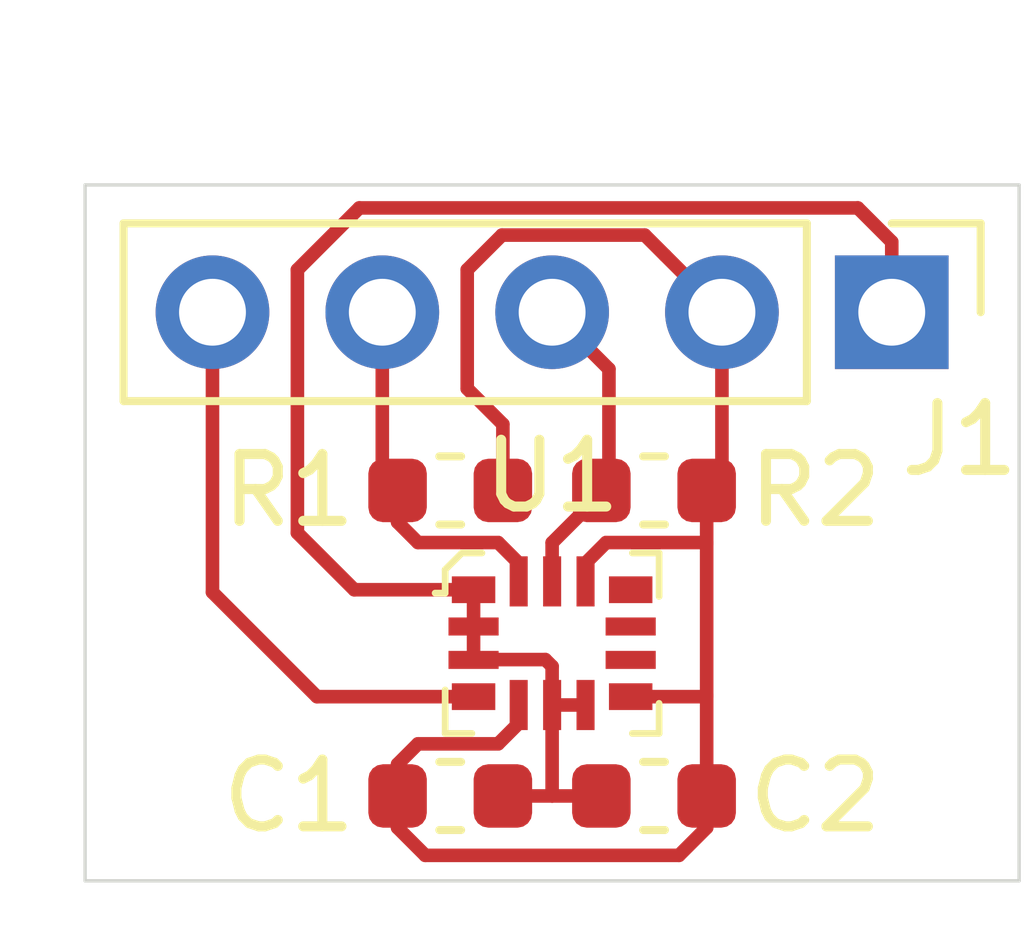
<source format=kicad_pcb>
(kicad_pcb (version 20221018) (generator pcbnew)
  (layers (0 "F.Cu" signal) (31 "B.Cu" signal) (34 "B.Paste" user) (35 "F.Paste" user) (36 "B.SilkS" user "B.Silkscreen") (37 "F.SilkS" user "F.Silkscreen") (38 "B.Mask" user) (39 "F.Mask" user) (44 "Edge.Cuts" user))
  (net 0 "")
  (net 1 "GND")
  (net 2 "+3V3")
  (net 3 "/INT1")
  (net 4 "/SDA")
  (net 5 "/SCL")
  (net 6 "Net-(U1-Pad11)")
  (net 7 "Net-(U1-Pad10)")
  (net 8 "Net-(U1-Pad9)")
  (footprint "Capacitor_SMD:C_0603_1608Metric" (layer "F.Cu") (at 148.209 88.9)
    (fp_text reference "C1" (at -2.413 0) (layer "F.SilkS"))
    (fp_text value "100n")
    (fp_line (start -0.162779 -0.51) (end 0.162779 -0.51) (stroke (width 0.12)) (layer "F.SilkS"))
    (fp_line (start -0.162779 0.51) (end 0.162779 0.51) (stroke (width 0.12)) (layer "F.SilkS"))
    (pad "1" smd roundrect (at -0.7875 0) (size 0.875 0.95) (layers "F.Cu" "F.Paste" "F.Mask") (net 2 "+3V3"))
    (pad "2" smd roundrect (at 0.7875 0) (size 0.875 0.95) (layers "F.Cu" "F.Paste" "F.Mask") (net 1 "GND"))
  )
  (footprint "Capacitor_SMD:C_0603_1608Metric" (layer "F.Cu") (at 151.257 88.9 180)
    (fp_text reference "C2" (at -2.413 0) (layer "F.SilkS"))
    (fp_text value "100n")
    (fp_line (start -0.162779 -0.51) (end 0.162779 -0.51) (stroke (width 0.12)) (layer "F.SilkS"))
    (fp_line (start -0.162779 0.51) (end 0.162779 0.51) (stroke (width 0.12)) (layer "F.SilkS"))
    (pad "1" smd roundrect (at -0.7875 0 180) (size 0.875 0.95) (layers "F.Cu" "F.Paste" "F.Mask") (net 2 "+3V3"))
    (pad "2" smd roundrect (at 0.7875 0 180) (size 0.875 0.95) (layers "F.Cu" "F.Paste" "F.Mask") (net 1 "GND"))
  )
  (footprint "Resistor_SMD:R_0603_1608Metric" (layer "F.Cu") (at 151.257 84.328 180)
    (fp_text reference "R2" (at -2.413 0) (layer "F.SilkS"))
    (fp_text value "10k")
    (fp_line (start -0.162779 -0.51) (end 0.162779 -0.51) (stroke (width 0.12)) (layer "F.SilkS"))
    (fp_line (start -0.162779 0.51) (end 0.162779 0.51) (stroke (width 0.12)) (layer "F.SilkS"))
    (pad "1" smd roundrect (at -0.7875 0 180) (size 0.875 0.95) (layers "F.Cu" "F.Paste" "F.Mask") (net 2 "+3V3"))
    (pad "2" smd roundrect (at 0.7875 0 180) (size 0.875 0.95) (layers "F.Cu" "F.Paste" "F.Mask") (net 5 "/SCL"))
  )
  (footprint "digikey-footprints:LGA-14L_2.5x3mm__LSM6DS3" (layer "F.Cu") (at 149.733 86.614)
    (fp_text reference "U1" (at 0 -2.5) (layer "F.SilkS"))
    (fp_text value "LSM6DS3")
    (fp_line (start -1.6 -1.1) (end -1.6 -0.75) (stroke (width 0.1)) (layer "F.SilkS"))
    (fp_line (start -1.6 -0.75) (end -1.75 -0.75) (stroke (width 0.1)) (layer "F.SilkS"))
    (fp_line (start -1.6 1.35) (end -1.6 0.7) (stroke (width 0.1)) (layer "F.SilkS"))
    (fp_line (start -1.35 -1.35) (end -1.6 -1.1) (stroke (width 0.1)) (layer "F.SilkS"))
    (fp_line (start -1.2 1.35) (end -1.6 1.35) (stroke (width 0.1)) (layer "F.SilkS"))
    (fp_line (start -1.05 -1.35) (end -1.35 -1.35) (stroke (width 0.1)) (layer "F.SilkS"))
    (fp_line (start 1.2 -1.35) (end 1.6 -1.35) (stroke (width 0.1)) (layer "F.SilkS"))
    (fp_line (start 1.2 1.35) (end 1.6 1.35) (stroke (width 0.1)) (layer "F.SilkS"))
    (fp_line (start 1.6 -1.35) (end 1.6 -0.7) (stroke (width 0.1)) (layer "F.SilkS"))
    (fp_line (start 1.6 1.35) (end 1.6 0.9) (stroke (width 0.1)) (layer "F.SilkS"))
    (pad "1" smd rect (at -1.175 -0.8) (size 0.65 0.4) (layers "F.Cu" "F.Paste" "F.Mask") (net 1 "GND"))
    (pad "2" smd rect (at -1.175 -0.25) (size 0.75 0.27) (layers "F.Cu" "F.Paste" "F.Mask") (net 1 "GND"))
    (pad "3" smd rect (at -1.175 0.25) (size 0.75 0.27) (layers "F.Cu" "F.Paste" "F.Mask") (net 1 "GND"))
    (pad "4" smd rect (at -1.175 0.8) (size 0.65 0.4) (layers "F.Cu" "F.Paste" "F.Mask") (net 3 "/INT1"))
    (pad "5" smd rect (at -0.5 0.925) (size 0.27 0.75) (layers "F.Cu" "F.Paste" "F.Mask") (net 2 "+3V3"))
    (pad "6" smd rect (at 0 0.925) (size 0.27 0.75) (layers "F.Cu" "F.Paste" "F.Mask") (net 1 "GND"))
    (pad "7" smd rect (at 0.5 0.925) (size 0.27 0.75) (layers "F.Cu" "F.Paste" "F.Mask") (net 1 "GND"))
    (pad "8" smd rect (at 1.175 0.8) (size 0.65 0.4) (layers "F.Cu" "F.Paste" "F.Mask") (net 2 "+3V3"))
    (pad "9" smd rect (at 1.175 0.25) (size 0.75 0.27) (layers "F.Cu" "F.Paste" "F.Mask") (net 8 "Net-(U1-Pad9)"))
    (pad "10" smd rect (at 1.175 -0.25) (size 0.75 0.27) (layers "F.Cu" "F.Paste" "F.Mask") (net 7 "Net-(U1-Pad10)"))
    (pad "11" smd rect (at 1.175 -0.8) (size 0.65 0.4) (layers "F.Cu" "F.Paste" "F.Mask") (net 6 "Net-(U1-Pad11)"))
    (pad "12" smd rect (at 0.5 -0.925) (size 0.27 0.75) (layers "F.Cu" "F.Paste" "F.Mask") (net 2 "+3V3"))
    (pad "13" smd rect (at 0 -0.925) (size 0.27 0.75) (layers "F.Cu" "F.Paste" "F.Mask") (net 5 "/SCL"))
    (pad "14" smd rect (at -0.5 -0.925) (size 0.27 0.75) (layers "F.Cu" "F.Paste" "F.Mask") (net 4 "/SDA"))
  )
  (footprint "Connector_PinHeader_2.54mm:PinHeader_1x05_P2.54mm_Vertical" (layer "F.Cu") (at 154.813 81.661 -90)
    (fp_text reference "J1" (at 1.905 -1.016 180) (layer "F.SilkS"))
    (fp_text value "Conn_01x05")
    (fp_line (start -1.33 -1.33) (end 0 -1.33) (stroke (width 0.12)) (layer "F.SilkS"))
    (fp_line (start -1.33 0) (end -1.33 -1.33) (stroke (width 0.12)) (layer "F.SilkS"))
    (fp_line (start -1.33 1.27) (end -1.33 11.49) (stroke (width 0.12)) (layer "F.SilkS"))
    (fp_line (start -1.33 1.27) (end 1.33 1.27) (stroke (width 0.12)) (layer "F.SilkS"))
    (fp_line (start -1.33 11.49) (end 1.33 11.49) (stroke (width 0.12)) (layer "F.SilkS"))
    (fp_line (start 1.33 1.27) (end 1.33 11.49) (stroke (width 0.12)) (layer "F.SilkS"))
    (pad "1" thru_hole rect (at 0 0 270) (size 1.7 1.7) (drill 1) (layers "*.Cu" "*.Mask") (net 1 "GND"))
    (pad "2" thru_hole oval (at 0 2.54 270) (size 1.7 1.7) (drill 1) (layers "*.Cu" "*.Mask") (net 2 "+3V3"))
    (pad "3" thru_hole oval (at 0 5.08 270) (size 1.7 1.7) (drill 1) (layers "*.Cu" "*.Mask") (net 5 "/SCL"))
    (pad "4" thru_hole oval (at 0 7.62 270) (size 1.7 1.7) (drill 1) (layers "*.Cu" "*.Mask") (net 4 "/SDA"))
    (pad "5" thru_hole oval (at 0 10.16 270) (size 1.7 1.7) (drill 1) (layers "*.Cu" "*.Mask") (net 3 "/INT1"))
  )
  (footprint "Resistor_SMD:R_0603_1608Metric" (layer "F.Cu") (at 148.209 84.328 180)
    (fp_text reference "R1" (at 2.413 0) (layer "F.SilkS"))
    (fp_text value "10k")
    (fp_line (start -0.162779 -0.51) (end 0.162779 -0.51) (stroke (width 0.12)) (layer "F.SilkS"))
    (fp_line (start -0.162779 0.51) (end 0.162779 0.51) (stroke (width 0.12)) (layer "F.SilkS"))
    (pad "1" smd roundrect (at -0.7875 0 180) (size 0.875 0.95) (layers "F.Cu" "F.Paste" "F.Mask") (net 2 "+3V3"))
    (pad "2" smd roundrect (at 0.7875 0 180) (size 0.875 0.95) (layers "F.Cu" "F.Paste" "F.Mask") (net 4 "/SDA"))
  )
  (gr_line (start 156.718 90.17) (end 156.718 79.756) (stroke (width 0.05)) (layer "Edge.Cuts"))
  (gr_line (start 142.748 79.756) (end 142.748 90.17) (stroke (width 0.05)) (layer "Edge.Cuts"))
  (gr_line (start 142.748 90.17) (end 156.718 90.17) (stroke (width 0.05)) (layer "Edge.Cuts"))
  (gr_line (start 156.718 79.756) (end 142.748 79.756) (stroke (width 0.05)) (layer "Edge.Cuts"))
  (segment (start 149.733 88.9) (end 149.733 87.5265) (width 0.2032) (layer "F.Cu") (net 1))
  (segment (start 148.854159 86.859199) (end 149.631399 86.859199) (width 0.2032) (layer "F.Cu") (net 1))
  (segment (start 145.923 84.963) (end 146.774 85.814) (width 0.2032) (layer "F.Cu") (net 1))
  (segment (start 150.233 87.539) (end 149.733 87.539) (width 0.2032) (layer "F.Cu") (net 1))
  (segment (start 146.774 85.814) (end 148.558 85.814) (width 0.2032) (layer "F.Cu") (net 1))
  (segment (start 154.813 81.661) (end 154.813 80.6078) (width 0.2032) (layer "F.Cu") (net 1))
  (segment (start 148.849358 86.864) (end 148.854159 86.859199) (width 0.2032) (layer "F.Cu") (net 1))
  (segment (start 149.733 86.9608) (end 149.733 87.539) (width 0.2032) (layer "F.Cu") (net 1))
  (segment (start 149.631399 86.859199) (end 149.733 86.9608) (width 0.2032) (layer "F.Cu") (net 1))
  (segment (start 148.558 86.864) (end 148.849358 86.864) (width 0.2032) (layer "F.Cu") (net 1))
  (segment (start 148.558 85.814) (end 148.558 86.864) (width 0.2032) (layer "F.Cu") (net 1))
  (segment (start 148.9965 88.9) (end 149.733 88.9) (width 0.2032) (layer "F.Cu") (net 1))
  (segment (start 149.733 88.9) (end 150.4695 88.9) (width 0.2032) (layer "F.Cu") (net 1))
  (segment (start 145.923 81.026) (end 145.923 84.963) (width 0.2032) (layer "F.Cu") (net 1))
  (segment (start 154.304989 80.099789) (end 146.849211 80.099789) (width 0.2032) (layer "F.Cu") (net 1))
  (segment (start 146.849211 80.099789) (end 145.923 81.026) (width 0.2032) (layer "F.Cu") (net 1))
  (segment (start 154.813 80.6078) (end 154.304989 80.099789) (width 0.2032) (layer "F.Cu") (net 1))
  (segment (start 148.9965 84.328) (end 148.9965 83.3375) (width 0.2032) (layer "F.Cu") (net 2))
  (segment (start 152.0445 84.328) (end 152.0445 85.1155) (width 0.2032) (layer "F.Cu") (net 2))
  (segment (start 152.03681 85.10781) (end 150.540548 85.10781) (width 0.2032) (layer "F.Cu") (net 2))
  (segment (start 150.233 85.415358) (end 150.233 85.689) (width 0.2032) (layer "F.Cu") (net 2))
  (segment (start 152.0445 87.4015) (end 152.032 87.414) (width 0.2032) (layer "F.Cu") (net 2))
  (segment (start 149.233 87.812642) (end 148.925452 88.12019) (width 0.2032) (layer "F.Cu") (net 2))
  (segment (start 148.982801 80.506199) (end 151.118199 80.506199) (width 0.2032) (layer "F.Cu") (net 2))
  (segment (start 147.4215 88.425) (end 147.4215 88.9) (width 0.2032) (layer "F.Cu") (net 2))
  (segment (start 152.0445 85.1155) (end 152.03681 85.10781) (width 0.2032) (layer "F.Cu") (net 2))
  (segment (start 148.9965 83.3375) (end 148.463 82.804) (width 0.2032) (layer "F.Cu") (net 2))
  (segment (start 149.233 87.539) (end 149.233 87.812642) (width 0.2032) (layer "F.Cu") (net 2))
  (segment (start 152.0445 89.375) (end 152.0445 88.9) (width 0.2032) (layer "F.Cu") (net 2))
  (segment (start 152.273 81.661) (end 152.273 84.0995) (width 0.2032) (layer "F.Cu") (net 2))
  (segment (start 152.273 84.0995) (end 152.0445 84.328) (width 0.2032) (layer "F.Cu") (net 2))
  (segment (start 152.032 87.414) (end 150.908 87.414) (width 0.2032) (layer "F.Cu") (net 2))
  (segment (start 151.118199 80.506199) (end 151.423001 80.811001) (width 0.2032) (layer "F.Cu") (net 2))
  (segment (start 150.540548 85.10781) (end 150.233 85.415358) (width 0.2032) (layer "F.Cu") (net 2))
  (segment (start 147.4215 89.375) (end 147.8355 89.789) (width 0.2032) (layer "F.Cu") (net 2))
  (segment (start 151.423001 80.811001) (end 152.273 81.661) (width 0.2032) (layer "F.Cu") (net 2))
  (segment (start 152.0445 87.4015) (end 152.0445 88.9) (width 0.2032) (layer "F.Cu") (net 2))
  (segment (start 152.0445 85.1155) (end 152.0445 87.4015) (width 0.2032) (layer "F.Cu") (net 2))
  (segment (start 147.8355 89.789) (end 151.6305 89.789) (width 0.2032) (layer "F.Cu") (net 2))
  (segment (start 148.463 81.026) (end 148.982801 80.506199) (width 0.2032) (layer "F.Cu") (net 2))
  (segment (start 151.6305 89.789) (end 152.0445 89.375) (width 0.2032) (layer "F.Cu") (net 2))
  (segment (start 147.72631 88.12019) (end 147.4215 88.425) (width 0.2032) (layer "F.Cu") (net 2))
  (segment (start 148.925452 88.12019) (end 147.72631 88.12019) (width 0.2032) (layer "F.Cu") (net 2))
  (segment (start 147.4215 88.9) (end 147.4215 89.375) (width 0.2032) (layer "F.Cu") (net 2))
  (segment (start 148.463 82.804) (end 148.463 81.026) (width 0.2032) (layer "F.Cu") (net 2))
  (segment (start 146.215 87.414) (end 148.558 87.414) (width 0.2032) (layer "F.Cu") (net 3))
  (segment (start 144.653 85.852) (end 146.215 87.414) (width 0.2032) (layer "F.Cu") (net 3))
  (segment (start 144.653 81.661) (end 144.653 85.852) (width 0.2032) (layer "F.Cu") (net 3))
  (segment (start 147.72631 85.10781) (end 147.4215 84.803) (width 0.2032) (layer "F.Cu") (net 4))
  (segment (start 149.233 85.415358) (end 148.925452 85.10781) (width 0.2032) (layer "F.Cu") (net 4))
  (segment (start 148.925452 85.10781) (end 147.72631 85.10781) (width 0.2032) (layer "F.Cu") (net 4))
  (segment (start 147.193 84.0995) (end 147.4215 84.328) (width 0.2032) (layer "F.Cu") (net 4))
  (segment (start 149.233 85.689) (end 149.233 85.415358) (width 0.2032) (layer "F.Cu") (net 4))
  (segment (start 147.193 81.661) (end 147.193 84.0995) (width 0.2032) (layer "F.Cu") (net 4))
  (segment (start 147.4215 84.803) (end 147.4215 84.328) (width 0.2032) (layer "F.Cu") (net 4))
  (segment (start 150.582999 84.260801) (end 150.582999 82.510999) (width 0.2032) (layer "F.Cu") (net 5))
  (segment (start 149.733 85.1108) (end 150.582999 84.260801) (width 0.2032) (layer "F.Cu") (net 5))
  (segment (start 150.582999 82.510999) (end 149.733 81.661) (width 0.2032) (layer "F.Cu") (net 5))
  (segment (start 149.733 85.689) (end 149.733 85.1108) (width 0.2032) (layer "F.Cu") (net 5))
)
</source>
